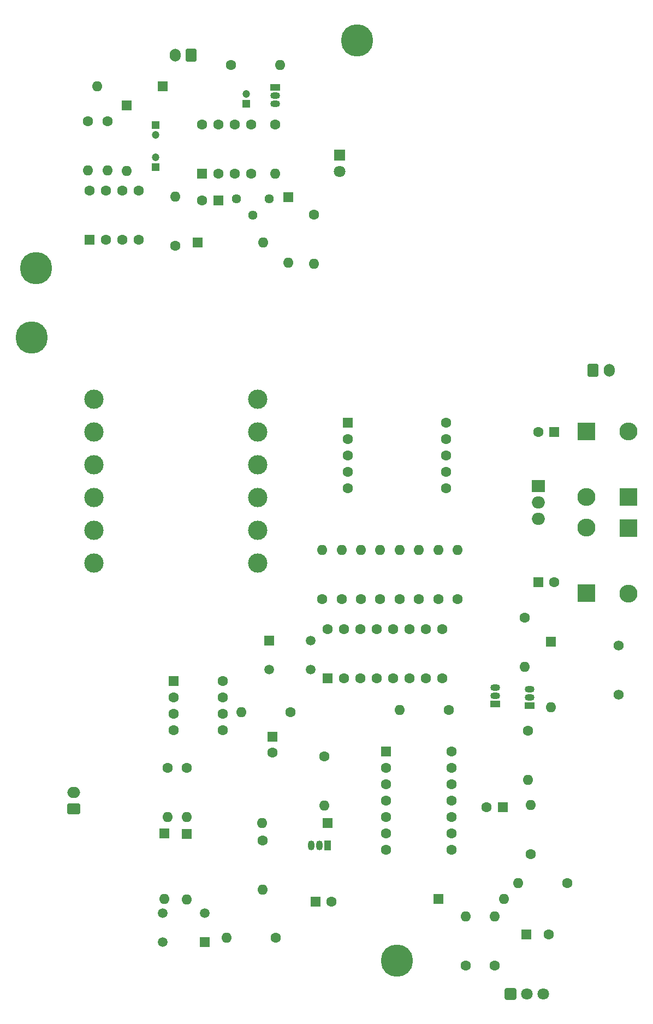
<source format=gbr>
%TF.GenerationSoftware,KiCad,Pcbnew,9.0.1*%
%TF.CreationDate,2025-06-18T14:58:57+01:00*%
%TF.ProjectId,essaie,65737361-6965-42e6-9b69-6361645f7063,rev?*%
%TF.SameCoordinates,Original*%
%TF.FileFunction,Copper,L1,Top*%
%TF.FilePolarity,Positive*%
%FSLAX46Y46*%
G04 Gerber Fmt 4.6, Leading zero omitted, Abs format (unit mm)*
G04 Created by KiCad (PCBNEW 9.0.1) date 2025-06-18 14:58:57*
%MOMM*%
%LPD*%
G01*
G04 APERTURE LIST*
G04 Aperture macros list*
%AMRoundRect*
0 Rectangle with rounded corners*
0 $1 Rounding radius*
0 $2 $3 $4 $5 $6 $7 $8 $9 X,Y pos of 4 corners*
0 Add a 4 corners polygon primitive as box body*
4,1,4,$2,$3,$4,$5,$6,$7,$8,$9,$2,$3,0*
0 Add four circle primitives for the rounded corners*
1,1,$1+$1,$2,$3*
1,1,$1+$1,$4,$5*
1,1,$1+$1,$6,$7*
1,1,$1+$1,$8,$9*
0 Add four rect primitives between the rounded corners*
20,1,$1+$1,$2,$3,$4,$5,0*
20,1,$1+$1,$4,$5,$6,$7,0*
20,1,$1+$1,$6,$7,$8,$9,0*
20,1,$1+$1,$8,$9,$2,$3,0*%
G04 Aperture macros list end*
%TA.AperFunction,ComponentPad*%
%ADD10C,3.000000*%
%TD*%
%TA.AperFunction,ComponentPad*%
%ADD11RoundRect,0.248400X-0.651600X-0.651600X0.651600X-0.651600X0.651600X0.651600X-0.651600X0.651600X0*%
%TD*%
%TA.AperFunction,ComponentPad*%
%ADD12C,1.800000*%
%TD*%
%TA.AperFunction,ComponentPad*%
%ADD13C,1.600000*%
%TD*%
%TA.AperFunction,ComponentPad*%
%ADD14O,1.600000X1.600000*%
%TD*%
%TA.AperFunction,ComponentPad*%
%ADD15RoundRect,0.250000X0.550000X-0.550000X0.550000X0.550000X-0.550000X0.550000X-0.550000X-0.550000X0*%
%TD*%
%TA.AperFunction,ComponentPad*%
%ADD16R,2.000000X1.905000*%
%TD*%
%TA.AperFunction,ComponentPad*%
%ADD17O,2.000000X1.905000*%
%TD*%
%TA.AperFunction,ComponentPad*%
%ADD18R,1.498000X1.498000*%
%TD*%
%TA.AperFunction,ComponentPad*%
%ADD19C,1.498000*%
%TD*%
%TA.AperFunction,ComponentPad*%
%ADD20R,1.600000X1.600000*%
%TD*%
%TA.AperFunction,ComponentPad*%
%ADD21R,2.800000X2.800000*%
%TD*%
%TA.AperFunction,ComponentPad*%
%ADD22O,2.800000X2.800000*%
%TD*%
%TA.AperFunction,ComponentPad*%
%ADD23R,1.500000X1.050000*%
%TD*%
%TA.AperFunction,ComponentPad*%
%ADD24O,1.500000X1.050000*%
%TD*%
%TA.AperFunction,ComponentPad*%
%ADD25C,0.800000*%
%TD*%
%TA.AperFunction,ComponentPad*%
%ADD26C,5.000000*%
%TD*%
%TA.AperFunction,ComponentPad*%
%ADD27RoundRect,0.250000X-0.550000X-0.550000X0.550000X-0.550000X0.550000X0.550000X-0.550000X0.550000X0*%
%TD*%
%TA.AperFunction,ComponentPad*%
%ADD28R,1.800000X1.800000*%
%TD*%
%TA.AperFunction,ComponentPad*%
%ADD29R,1.050000X1.500000*%
%TD*%
%TA.AperFunction,ComponentPad*%
%ADD30O,1.050000X1.500000*%
%TD*%
%TA.AperFunction,ComponentPad*%
%ADD31R,1.200000X1.200000*%
%TD*%
%TA.AperFunction,ComponentPad*%
%ADD32C,1.200000*%
%TD*%
%TA.AperFunction,ComponentPad*%
%ADD33RoundRect,0.250000X0.750000X-0.600000X0.750000X0.600000X-0.750000X0.600000X-0.750000X-0.600000X0*%
%TD*%
%TA.AperFunction,ComponentPad*%
%ADD34O,2.000000X1.700000*%
%TD*%
%TA.AperFunction,ComponentPad*%
%ADD35RoundRect,0.250000X0.600000X0.750000X-0.600000X0.750000X-0.600000X-0.750000X0.600000X-0.750000X0*%
%TD*%
%TA.AperFunction,ComponentPad*%
%ADD36O,1.700000X2.000000*%
%TD*%
%TA.AperFunction,ComponentPad*%
%ADD37RoundRect,0.250000X-0.600000X-0.750000X0.600000X-0.750000X0.600000X0.750000X-0.600000X0.750000X0*%
%TD*%
%TA.AperFunction,ComponentPad*%
%ADD38C,1.575000*%
%TD*%
%TA.AperFunction,ComponentPad*%
%ADD39C,1.440000*%
%TD*%
G04 APERTURE END LIST*
D10*
%TO.P,T1,4,SB*%
%TO.N,Net-(D1-A)*%
X165900000Y-108320000D03*
%TO.P,T1,3,SA*%
%TO.N,Net-(D2-A)*%
X165900000Y-98160000D03*
%TO.P,T1,2,AB*%
%TO.N,Net-(J1-Pin_2)*%
X140500000Y-82920000D03*
%TO.P,T1,1,AA*%
%TO.N,Net-(J1-Pin_1)*%
X140500000Y-103240000D03*
%TO.P,T1,*%
%TO.N,*%
X165900000Y-82920000D03*
X165900000Y-88000000D03*
X140500000Y-88000000D03*
X165900000Y-93080000D03*
X140500000Y-93080000D03*
X140500000Y-98160000D03*
X165900000Y-103240000D03*
X140500000Y-108320000D03*
%TD*%
D11*
%TO.P,U14,1,OUT*%
%TO.N,output signal*%
X205130000Y-175105000D03*
D12*
%TO.P,U14,2,Vs*%
%TO.N,Net-(U14-Vs)*%
X207670000Y-175105000D03*
%TO.P,U14,3,GND*%
%TO.N,GND*%
X210210000Y-175105000D03*
%TD*%
D13*
%TO.P,R8,1*%
%TO.N,output signal*%
X198170000Y-170730000D03*
D14*
%TO.P,R8,2*%
%TO.N,Net-(D10-K)*%
X198170000Y-163110000D03*
%TD*%
D15*
%TO.P,U2,1,GND*%
%TO.N,ground*%
X157285000Y-47925000D03*
D13*
%TO.P,U2,2,TR*%
%TO.N,Net-(U2-THR)*%
X159825000Y-47925000D03*
%TO.P,U2,3,Q*%
%TO.N,Net-(U2-Q)*%
X162365000Y-47925000D03*
%TO.P,U2,4,R*%
%TO.N,+12*%
X164905000Y-47925000D03*
%TO.P,U2,5,CV*%
%TO.N,Net-(U2-CV)*%
X164905000Y-40305000D03*
%TO.P,U2,6,THR*%
%TO.N,Net-(U2-THR)*%
X162365000Y-40305000D03*
%TO.P,U2,7,DIS*%
%TO.N,Net-(U2-DIS)*%
X159825000Y-40305000D03*
%TO.P,U2,8,VCC*%
%TO.N,+12*%
X157285000Y-40305000D03*
%TD*%
D16*
%TO.P,U1,1,IN*%
%TO.N,Net-(D1-K)*%
X209400000Y-96420000D03*
D17*
%TO.P,U1,2,GND*%
%TO.N,GND*%
X209400000Y-98960000D03*
%TO.P,U1,3,OUT*%
%TO.N,+12V*%
X209400000Y-101500000D03*
%TD*%
D13*
%TO.P,R12,1*%
%TO.N,+12V*%
X154900000Y-140110000D03*
D14*
%TO.P,R12,2*%
%TO.N,Net-(D12-K)*%
X154900000Y-147730000D03*
%TD*%
D18*
%TO.P,SW2,1,C*%
%TO.N,Net-(SW2A-C)*%
X167650000Y-120360000D03*
D19*
%TO.P,SW2,2,D*%
%TO.N,+12V*%
X167650000Y-124860000D03*
%TO.P,SW2,3*%
%TO.N,N/C*%
X174150000Y-120360000D03*
%TO.P,SW2,4*%
X174150000Y-124860000D03*
%TD*%
D20*
%TO.P,C9,1*%
%TO.N,Net-(C9-Pad1)*%
X203899000Y-146139000D03*
D13*
%TO.P,C9,2*%
%TO.N,GND*%
X201399000Y-146139000D03*
%TD*%
D20*
%TO.P,C8,1*%
%TO.N,Net-(C8-Pad1)*%
X174845000Y-160820000D03*
D13*
%TO.P,C8,2*%
%TO.N,GND*%
X177345000Y-160820000D03*
%TD*%
%TO.P,R23,1*%
%TO.N,Net-(R23-Pad1)*%
X176193888Y-138329000D03*
D14*
%TO.P,R23,2*%
%TO.N,Net-(Q2-B)*%
X176193888Y-145949000D03*
%TD*%
D20*
%TO.P,U8,1,E*%
%TO.N,Net-(U8-E)*%
X179902500Y-86530000D03*
D13*
%TO.P,U8,2,D*%
%TO.N,Net-(U8-D)*%
X179902500Y-89070000D03*
%TO.P,U8,3,CC*%
%TO.N,GND*%
X179902500Y-91610000D03*
%TO.P,U8,4,C*%
%TO.N,Net-(U8-C)*%
X179902500Y-94150000D03*
%TO.P,U8,5,DP*%
%TO.N,unconnected-(U8-DP-Pad5)*%
X179902500Y-96690000D03*
%TO.P,U8,6,B*%
%TO.N,Net-(U8-B)*%
X195142500Y-96690000D03*
%TO.P,U8,7,A*%
%TO.N,Net-(U8-A)*%
X195142500Y-94150000D03*
%TO.P,U8,8,CC*%
%TO.N,GND*%
X195142500Y-91610000D03*
%TO.P,U8,9,F*%
%TO.N,Net-(U8-F)*%
X195142500Y-89070000D03*
%TO.P,U8,10,G*%
%TO.N,Net-(U8-G)*%
X195142500Y-86530000D03*
%TD*%
%TO.P,R22,1*%
%TO.N,Net-(D13-A)*%
X166693888Y-151329000D03*
D14*
%TO.P,R22,2*%
%TO.N,Net-(C8-Pad1)*%
X166693888Y-158949000D03*
%TD*%
D20*
%TO.P,C2,1*%
%TO.N,+12V*%
X209400000Y-111294888D03*
D13*
%TO.P,C2,2*%
%TO.N,GND*%
X211900000Y-111294888D03*
%TD*%
D21*
%TO.P,D2,1,K*%
%TO.N,Net-(D1-K)*%
X223400000Y-102920000D03*
D22*
%TO.P,D2,2,A*%
%TO.N,Net-(D2-A)*%
X223400000Y-113080000D03*
%TD*%
D20*
%TO.P,C5,1*%
%TO.N,Net-(U14-Vs)*%
X207517349Y-165920000D03*
D13*
%TO.P,C5,2*%
%TO.N,GND*%
X211017349Y-165920000D03*
%TD*%
%TO.P,R14,1*%
%TO.N,Net-(U7-g)*%
X196900000Y-113920000D03*
D14*
%TO.P,R14,2*%
%TO.N,Net-(U8-G)*%
X196900000Y-106300000D03*
%TD*%
D13*
%TO.P,R21,1*%
%TO.N,Net-(SW2A-C)*%
X175900000Y-113920000D03*
D14*
%TO.P,R21,2*%
%TO.N,GND*%
X175900000Y-106300000D03*
%TD*%
D13*
%TO.P,R24,1*%
%TO.N,Net-(R24-Pad1)*%
X208193888Y-153449000D03*
D14*
%TO.P,R24,2*%
%TO.N,Net-(C9-Pad1)*%
X208193888Y-145829000D03*
%TD*%
D20*
%TO.P,D8,1,K*%
%TO.N,Net-(D8-K)*%
X151175000Y-34420000D03*
D14*
%TO.P,D8,2,A*%
%TO.N,Net-(D8-A)*%
X141015000Y-34420000D03*
%TD*%
D15*
%TO.P,U7,1,CLOCK*%
%TO.N,output alarm strating signal*%
X176700000Y-126230000D03*
D13*
%TO.P,U7,2,CLOCK_INHIBIT*%
%TO.N,GND*%
X179240000Y-126230000D03*
%TO.P,U7,3,RIPPLE_BLANKING_IN*%
%TO.N,unconnected-(U7-RIPPLE_BLANKING_IN-Pad3)*%
X181780000Y-126230000D03*
%TO.P,U7,4,RIPPLE_BLANKING_OUT*%
%TO.N,unconnected-(U7-RIPPLE_BLANKING_OUT-Pad4)*%
X184320000Y-126230000D03*
%TO.P,U7,5,CARRY_OUT*%
%TO.N,unconnected-(U7-CARRY_OUT-Pad5)*%
X186860000Y-126230000D03*
%TO.P,U7,6,f*%
%TO.N,Net-(U7-f)*%
X189400000Y-126230000D03*
%TO.P,U7,7,g*%
%TO.N,Net-(U7-g)*%
X191940000Y-126230000D03*
%TO.P,U7,8,V_{SS}*%
%TO.N,GND*%
X194480000Y-126230000D03*
%TO.P,U7,9,d*%
%TO.N,Net-(U7-d)*%
X194480000Y-118610000D03*
%TO.P,U7,10,a*%
%TO.N,Net-(U7-a)*%
X191940000Y-118610000D03*
%TO.P,U7,11,e*%
%TO.N,Net-(U7-e)*%
X189400000Y-118610000D03*
%TO.P,U7,12,b*%
%TO.N,Net-(U7-b)*%
X186860000Y-118610000D03*
%TO.P,U7,13,c*%
%TO.N,Net-(U7-c)*%
X184320000Y-118610000D03*
%TO.P,U7,14,LAMP_TEST*%
%TO.N,GND*%
X181780000Y-118610000D03*
%TO.P,U7,15,RESET*%
%TO.N,Net-(SW2A-C)*%
X179240000Y-118610000D03*
%TO.P,U7,16,V_{DD}*%
%TO.N,+12V*%
X176700000Y-118610000D03*
%TD*%
%TO.P,R5,1*%
%TO.N,Net-(D9-K)*%
X142595000Y-39800000D03*
D14*
%TO.P,R5,2*%
%TO.N,Net-(U3-DIS)*%
X142595000Y-47420000D03*
%TD*%
D23*
%TO.P,Q4,1,C*%
%TO.N,Net-(D14-A)*%
X202723888Y-130169000D03*
D24*
%TO.P,Q4,2,B*%
%TO.N,Net-(Q3-E)*%
X202723888Y-128899000D03*
%TO.P,Q4,3,E*%
%TO.N,GND*%
X202723888Y-127629000D03*
%TD*%
D25*
%TO.P,H1,1*%
%TO.N,N/C*%
X179470000Y-27320000D03*
X180019175Y-25994175D03*
X180019175Y-28645825D03*
X181345000Y-25445000D03*
D26*
X181345000Y-27320000D03*
D25*
X181345000Y-29195000D03*
X182670825Y-25994175D03*
X182670825Y-28645825D03*
X183220000Y-27320000D03*
%TD*%
D13*
%TO.P,R25,1*%
%TO.N,Net-(C9-Pad1)*%
X195503888Y-131139000D03*
D14*
%TO.P,R25,2*%
%TO.N,Net-(D13-K)*%
X187883888Y-131139000D03*
%TD*%
D25*
%TO.P,H4,1*%
%TO.N,N/C*%
X185644175Y-169994175D03*
X186193350Y-168668350D03*
X186193350Y-171320000D03*
X187519175Y-168119175D03*
D26*
X187519175Y-169994175D03*
D25*
X187519175Y-171869175D03*
X188845000Y-168668350D03*
X188845000Y-171320000D03*
X189394175Y-169994175D03*
%TD*%
D20*
%TO.P,D14,1,K*%
%TO.N,Net-(D14-K)*%
X211400000Y-120549000D03*
D14*
%TO.P,D14,2,A*%
%TO.N,Net-(D14-A)*%
X211400000Y-130709000D03*
%TD*%
D13*
%TO.P,R10,1*%
%TO.N,Net-(R10-Pad1)*%
X170980000Y-131420000D03*
D14*
%TO.P,R10,2*%
%TO.N,Net-(U6-THR)*%
X163360000Y-131420000D03*
%TD*%
D27*
%TO.P,U10,1*%
%TO.N,Net-(U10-Pad1)*%
X185819000Y-137569000D03*
D13*
%TO.P,U10,2*%
%TO.N,Net-(R23-Pad1)*%
X185819000Y-140109000D03*
%TO.P,U10,3*%
%TO.N,output alarm strating signal*%
X185819000Y-142649000D03*
%TO.P,U10,4*%
%TO.N,Net-(U10-Pad1)*%
X185819000Y-145189000D03*
%TO.P,U10,5*%
%TO.N,Net-(C8-Pad1)*%
X185819000Y-147729000D03*
%TO.P,U10,6*%
%TO.N,Net-(D13-K)*%
X185819000Y-150269000D03*
%TO.P,U10,7*%
%TO.N,N/C*%
X185819000Y-152809000D03*
%TO.P,U10,8*%
%TO.N,Net-(R24-Pad1)*%
X195979000Y-152809000D03*
%TO.P,U10,9*%
%TO.N,Net-(C9-Pad1)*%
X195979000Y-150269000D03*
%TO.P,U10,10*%
%TO.N,Net-(R10-Pad1)*%
X195979000Y-147729000D03*
%TO.P,U10,11*%
%TO.N,output signal*%
X195979000Y-145189000D03*
%TO.P,U10,12*%
%TO.N,output alarm strating signal*%
X195979000Y-142649000D03*
%TO.P,U10,13*%
%TO.N,Net-(U6-Q)*%
X195979000Y-140109000D03*
%TO.P,U10,14*%
%TO.N,N/C*%
X195979000Y-137569000D03*
%TD*%
%TO.P,R11,1*%
%TO.N,+12V*%
X168710000Y-166420000D03*
D14*
%TO.P,R11,2*%
%TO.N,Net-(SW1A-C)*%
X161090000Y-166420000D03*
%TD*%
D20*
%TO.P,D13,1,K*%
%TO.N,Net-(D13-K)*%
X176773888Y-148639000D03*
D14*
%TO.P,D13,2,A*%
%TO.N,Net-(D13-A)*%
X166613888Y-148639000D03*
%TD*%
D13*
%TO.P,R13,1*%
%TO.N,+12V*%
X151900000Y-140110000D03*
D14*
%TO.P,R13,2*%
%TO.N,Net-(D11-K)*%
X151900000Y-147730000D03*
%TD*%
D15*
%TO.P,U3,1,GND*%
%TO.N,ground*%
X139785000Y-58225000D03*
D13*
%TO.P,U3,2,TR*%
%TO.N,Net-(D8-K)*%
X142325000Y-58225000D03*
%TO.P,U3,3,Q*%
%TO.N,Net-(U3-Q)*%
X144865000Y-58225000D03*
%TO.P,U3,4,R*%
%TO.N,Net-(U2-Q)*%
X147405000Y-58225000D03*
%TO.P,U3,5,CV*%
%TO.N,Net-(U3-CV)*%
X147405000Y-50605000D03*
%TO.P,U3,6,THR*%
%TO.N,Net-(D8-K)*%
X144865000Y-50605000D03*
%TO.P,U3,7,DIS*%
%TO.N,Net-(U3-DIS)*%
X142325000Y-50605000D03*
%TO.P,U3,8,VCC*%
%TO.N,+12*%
X139785000Y-50605000D03*
%TD*%
D28*
%TO.P,D5,1,K*%
%TO.N,Net-(D5-K)*%
X178595000Y-45120000D03*
D12*
%TO.P,D5,2,A*%
%TO.N,+12*%
X178595000Y-47660000D03*
%TD*%
D29*
%TO.P,Q2,1,C*%
%TO.N,Net-(D13-K)*%
X176733888Y-152139000D03*
D30*
%TO.P,Q2,2,B*%
%TO.N,Net-(Q2-B)*%
X175463888Y-152139000D03*
%TO.P,Q2,3,E*%
%TO.N,Net-(D13-A)*%
X174193888Y-152139000D03*
%TD*%
D20*
%TO.P,C1,1*%
%TO.N,Net-(D1-K)*%
X211900000Y-88000000D03*
D13*
%TO.P,C1,2*%
%TO.N,GND*%
X209400000Y-88000000D03*
%TD*%
D20*
%TO.P,D11,1,K*%
%TO.N,Net-(D11-K)*%
X151400000Y-150240000D03*
D14*
%TO.P,D11,2,A*%
%TO.N,GND*%
X151400000Y-160400000D03*
%TD*%
D20*
%TO.P,D9,1,K*%
%TO.N,Net-(D9-K)*%
X145595000Y-37340000D03*
D14*
%TO.P,D9,2,A*%
%TO.N,Net-(D8-K)*%
X145595000Y-47500000D03*
%TD*%
D13*
%TO.P,R1,1*%
%TO.N,Net-(Q1-E)*%
X168595000Y-40310000D03*
D14*
%TO.P,R1,2*%
%TO.N,ground*%
X168595000Y-47930000D03*
%TD*%
D20*
%TO.P,C3,1*%
%TO.N,Net-(U2-THR)*%
X159800113Y-52120000D03*
D13*
%TO.P,C3,2*%
%TO.N,ground*%
X157300113Y-52120000D03*
%TD*%
D21*
%TO.P,D4,1,K*%
%TO.N,Net-(D2-A)*%
X216900000Y-113000000D03*
D22*
%TO.P,D4,2,A*%
%TO.N,GND*%
X216900000Y-102840000D03*
%TD*%
D23*
%TO.P,Q3,1,C*%
%TO.N,Net-(D14-A)*%
X208083888Y-130399000D03*
D24*
%TO.P,Q3,2,B*%
%TO.N,Net-(Q3-B)*%
X208083888Y-129129000D03*
%TO.P,Q3,3,E*%
%TO.N,Net-(Q3-E)*%
X208083888Y-127859000D03*
%TD*%
D20*
%TO.P,D7,1,K*%
%TO.N,Net-(D6-A)*%
X170595000Y-51620000D03*
D14*
%TO.P,D7,2,A*%
%TO.N,Net-(D7-A)*%
X170595000Y-61780000D03*
%TD*%
D13*
%TO.P,R4,1*%
%TO.N,Net-(D6-K)*%
X153095000Y-59120000D03*
D14*
%TO.P,R4,2*%
%TO.N,Net-(U2-DIS)*%
X153095000Y-51500000D03*
%TD*%
D13*
%TO.P,R16,1*%
%TO.N,Net-(U7-e)*%
X184900000Y-113920000D03*
D14*
%TO.P,R16,2*%
%TO.N,Net-(U8-E)*%
X184900000Y-106300000D03*
%TD*%
D27*
%TO.P,U6,1,GND*%
%TO.N,GND*%
X152865000Y-126610000D03*
D13*
%TO.P,U6,2,TR*%
%TO.N,Net-(D12-K)*%
X152865000Y-129150000D03*
%TO.P,U6,3,Q*%
%TO.N,Net-(U6-Q)*%
X152865000Y-131690000D03*
%TO.P,U6,4,R*%
%TO.N,Net-(SW1A-C)*%
X152865000Y-134230000D03*
%TO.P,U6,5,CV*%
%TO.N,Net-(D11-K)*%
X160485000Y-134230000D03*
%TO.P,U6,6,THR*%
%TO.N,Net-(U6-THR)*%
X160485000Y-131690000D03*
%TO.P,U6,7,DIS*%
%TO.N,unconnected-(U6-DIS-Pad7)*%
X160485000Y-129150000D03*
%TO.P,U6,8,VCC*%
%TO.N,+12V*%
X160485000Y-126610000D03*
%TD*%
D31*
%TO.P,C11,1*%
%TO.N,Net-(U2-CV)*%
X164095000Y-37120000D03*
D32*
%TO.P,C11,2*%
%TO.N,ground*%
X164095000Y-35620000D03*
%TD*%
D13*
%TO.P,R3,1*%
%TO.N,+12*%
X174595000Y-54310000D03*
D14*
%TO.P,R3,2*%
%TO.N,Net-(D7-A)*%
X174595000Y-61930000D03*
%TD*%
D31*
%TO.P,C6,1*%
%TO.N,Net-(U3-CV)*%
X150095000Y-46920000D03*
D32*
%TO.P,C6,2*%
%TO.N,ground*%
X150095000Y-45420000D03*
%TD*%
D13*
%TO.P,R15,1*%
%TO.N,Net-(U7-f)*%
X193900000Y-113920000D03*
D14*
%TO.P,R15,2*%
%TO.N,Net-(U8-F)*%
X193900000Y-106300000D03*
%TD*%
D31*
%TO.P,C4,1*%
%TO.N,Net-(D8-K)*%
X150095000Y-40420000D03*
D32*
%TO.P,C4,2*%
%TO.N,ground*%
X150095000Y-41920000D03*
%TD*%
D33*
%TO.P,J1,1,Pin_1*%
%TO.N,Net-(J1-Pin_1)*%
X137400000Y-146420000D03*
D34*
%TO.P,J1,2,Pin_2*%
%TO.N,Net-(J1-Pin_2)*%
X137400000Y-143920000D03*
%TD*%
D13*
%TO.P,R9,1*%
%TO.N,+12V*%
X213900000Y-157920000D03*
D14*
%TO.P,R9,2*%
%TO.N,Net-(D10-K)*%
X206280000Y-157920000D03*
%TD*%
D35*
%TO.P,J2,1,Pin_1*%
%TO.N,+12*%
X155595000Y-29620000D03*
D36*
%TO.P,J2,2,Pin_2*%
%TO.N,ground*%
X153095000Y-29620000D03*
%TD*%
D37*
%TO.P,J3,1,Pin_1*%
%TO.N,GND*%
X217900000Y-78420000D03*
D36*
%TO.P,J3,2,Pin_2*%
%TO.N,+12V*%
X220400000Y-78420000D03*
%TD*%
D13*
%TO.P,R18,1*%
%TO.N,Net-(U7-c)*%
X178900000Y-113920000D03*
D14*
%TO.P,R18,2*%
%TO.N,Net-(U8-C)*%
X178900000Y-106300000D03*
%TD*%
D13*
%TO.P,R17,1*%
%TO.N,Net-(U7-d)*%
X190900000Y-113920000D03*
D14*
%TO.P,R17,2*%
%TO.N,Net-(U8-D)*%
X190900000Y-106300000D03*
%TD*%
D38*
%TO.P,LS1,N*%
%TO.N,Net-(D14-A)*%
X221900000Y-128739000D03*
%TO.P,LS1,P*%
%TO.N,Net-(D14-K)*%
X221900000Y-121139000D03*
%TD*%
D20*
%TO.P,D12,1,K*%
%TO.N,Net-(D12-K)*%
X154900000Y-150340000D03*
D14*
%TO.P,D12,2,A*%
%TO.N,GND*%
X154900000Y-160500000D03*
%TD*%
D13*
%TO.P,R20,1*%
%TO.N,Net-(U7-a)*%
X187900000Y-113920000D03*
D14*
%TO.P,R20,2*%
%TO.N,Net-(U8-A)*%
X187900000Y-106300000D03*
%TD*%
D39*
%TO.P,RV1,1,1*%
%TO.N,Net-(D6-A)*%
X167635000Y-51890000D03*
%TO.P,RV1,2,2*%
X165095000Y-54430000D03*
%TO.P,RV1,3,3*%
%TO.N,Net-(U2-THR)*%
X162555000Y-51890000D03*
%TD*%
D20*
%TO.P,D10,1,K*%
%TO.N,Net-(D10-K)*%
X193930000Y-160420000D03*
D14*
%TO.P,D10,2,A*%
%TO.N,GND*%
X204090000Y-160420000D03*
%TD*%
D23*
%TO.P,Q1,1,C*%
%TO.N,Net-(D5-K)*%
X168595000Y-34620000D03*
D24*
%TO.P,Q1,2,B*%
%TO.N,Net-(Q1-B)*%
X168595000Y-35890000D03*
%TO.P,Q1,3,E*%
%TO.N,Net-(Q1-E)*%
X168595000Y-37160000D03*
%TD*%
D13*
%TO.P,R19,1*%
%TO.N,Net-(U7-b)*%
X181900000Y-113920000D03*
D14*
%TO.P,R19,2*%
%TO.N,Net-(U8-B)*%
X181900000Y-106300000D03*
%TD*%
D25*
%TO.P,H3,1*%
%TO.N,N/C*%
X128970000Y-73320000D03*
X129519175Y-71994175D03*
X129519175Y-74645825D03*
X130845000Y-71445000D03*
D26*
X130845000Y-73320000D03*
D25*
X130845000Y-75195000D03*
X132170825Y-71994175D03*
X132170825Y-74645825D03*
X132720000Y-73320000D03*
%TD*%
D20*
%TO.P,D6,1,K*%
%TO.N,Net-(D6-K)*%
X156595000Y-58620000D03*
D14*
%TO.P,D6,2,A*%
%TO.N,Net-(D6-A)*%
X166755000Y-58620000D03*
%TD*%
D13*
%TO.P,R6,1*%
%TO.N,Net-(D8-A)*%
X139595000Y-39800000D03*
D14*
%TO.P,R6,2*%
%TO.N,+12*%
X139595000Y-47420000D03*
%TD*%
D13*
%TO.P,R7,1*%
%TO.N,Net-(U14-Vs)*%
X202670000Y-170730000D03*
D14*
%TO.P,R7,2*%
%TO.N,Net-(D10-K)*%
X202670000Y-163110000D03*
%TD*%
D20*
%TO.P,C7,1*%
%TO.N,Net-(U6-THR)*%
X168170000Y-135214888D03*
D13*
%TO.P,C7,2*%
%TO.N,GND*%
X168170000Y-137714888D03*
%TD*%
D25*
%TO.P,H2,1*%
%TO.N,N/C*%
X129644175Y-62645825D03*
X130193350Y-61320000D03*
X130193350Y-63971650D03*
X131519175Y-60770825D03*
D26*
X131519175Y-62645825D03*
D25*
X131519175Y-64520825D03*
X132845000Y-61320000D03*
X132845000Y-63971650D03*
X133394175Y-62645825D03*
%TD*%
D13*
%TO.P,R26,1*%
%TO.N,Net-(Q3-B)*%
X207783888Y-134319000D03*
D14*
%TO.P,R26,2*%
%TO.N,Net-(R24-Pad1)*%
X207783888Y-141939000D03*
%TD*%
D18*
%TO.P,SW1,1,C*%
%TO.N,Net-(SW1A-C)*%
X157650000Y-167070000D03*
D19*
%TO.P,SW1,2,D*%
%TO.N,GND*%
X157650000Y-162570000D03*
%TO.P,SW1,3*%
%TO.N,N/C*%
X151150000Y-167070000D03*
%TO.P,SW1,4*%
X151150000Y-162570000D03*
%TD*%
D21*
%TO.P,D3,1,K*%
%TO.N,Net-(D1-A)*%
X216900000Y-87920000D03*
D22*
%TO.P,D3,2,A*%
%TO.N,GND*%
X216900000Y-98080000D03*
%TD*%
D13*
%TO.P,R2,1*%
%TO.N,Net-(U3-Q)*%
X161785000Y-31120000D03*
D14*
%TO.P,R2,2*%
%TO.N,Net-(Q1-B)*%
X169405000Y-31120000D03*
%TD*%
D13*
%TO.P,R27,1*%
%TO.N,+12V*%
X207283888Y-116819000D03*
D14*
%TO.P,R27,2*%
%TO.N,Net-(D14-K)*%
X207283888Y-124439000D03*
%TD*%
D21*
%TO.P,D1,1,K*%
%TO.N,Net-(D1-K)*%
X223400000Y-98080000D03*
D22*
%TO.P,D1,2,A*%
%TO.N,Net-(D1-A)*%
X223400000Y-87920000D03*
%TD*%
M02*

</source>
